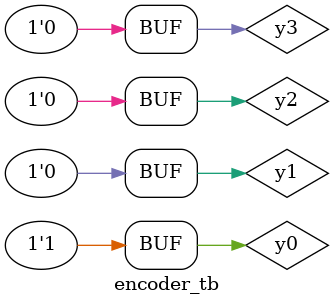
<source format=v>


module encoder(input y0, y1, y2, y3,
               output reg i0,i1);
  
  
  always@(*) begin
    
    case({y0,y1,y2,y3})
      
      4'b0001 : {i0,i1} = 2'b00;
               
      
      4'b0010 : {i0,i1} = 2'b01;
      
      4'b0100 : {i0,i1} = 2'b10;
      
      4'b1000 : {i0,i1} = 2'b11;
      
      default: {i1, i0} = 2'bxx;
    endcase
    
  end
endmodule


// Code your testbench here
// or browse Examples


module encoder_tb;
  
  reg y0,y1,y2,y3;
  wire  i0,i1;
  
  encoder dut(.y0(y0),.y1(y1),.y2(y2),.y3(y3),.i0(i0),.i1(i1));
  
  initial begin
    
    $monitor("time = %0t | y0 = %b | y1 = %b | y2 = %b | y3 =%b | i0 = %b |i1 = %b ",$time,y0,y1,y2,y3,i0,i1);
    
    y0 = 0; y1 = 0; y2 = 0; y3 = 1;
        

    
    y0 = 0; y1 = 0; y2 = 0; y3 = 1; #10; 
    
    y0 = 0; y1 = 0; y2 = 1; y3 = 0; #10; 
    
    y0 = 0; y1 = 1; y2 = 0; y3 = 0; #10; 
    
    y0 = 0; y1 = 1; y2 = 0; y3 = 1; #10;
    
    y0 = 1; y1 = 0; y2 = 0; y3 = 0; #10;
    
  end
  initial begin
    
    $dumpfile("encoder.vcd");
    $dumpvars(0,encoder_tb);
  end
endmodule
    
    

</source>
